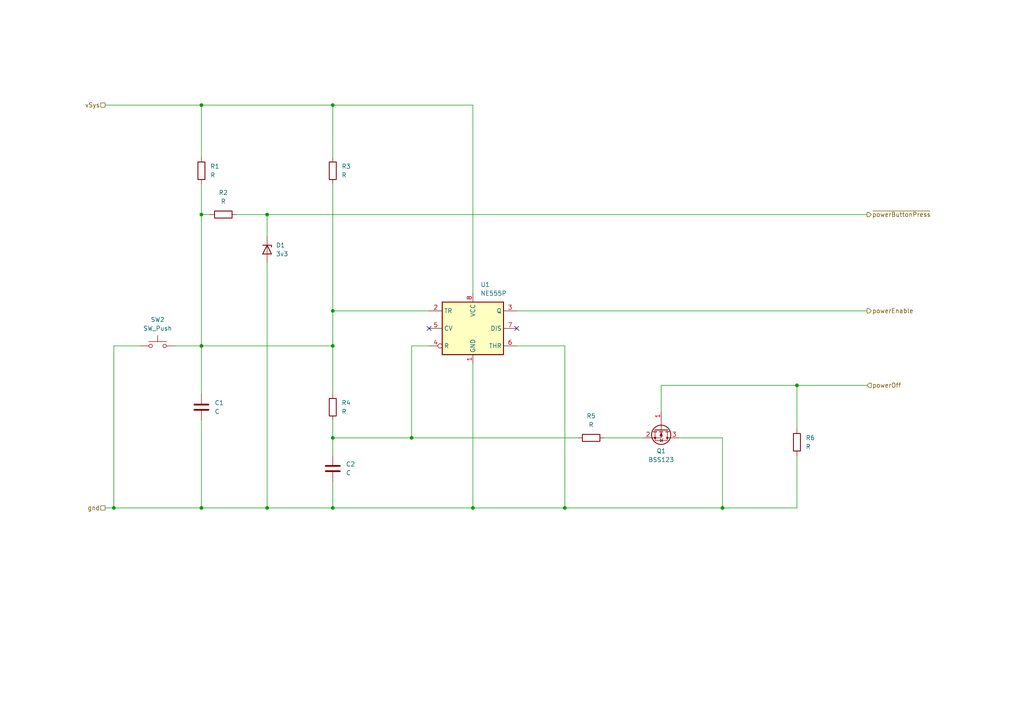
<source format=kicad_sch>
(kicad_sch (version 20230121) (generator eeschema)
  (paper "A4")
  (lib_symbols
    (symbol "Device:C" (pin_numbers hide) (pin_names (offset 0.254))
      (property "Reference" "C" (at 0.635 2.54 0))
      (property "Value" "C" (at 0.635 -2.54 0))
      (symbol "C_0_1"
        (polyline (pts (xy -2.032 -0.762) (xy 2.032 -0.762)) (stroke (width 0.508)))
        (polyline (pts (xy -2.032 0.762) (xy 2.032 0.762)) (stroke (width 0.508)))
      )
      (symbol "C_1_1"
        (pin passive line (at 0 3.81 270) (length 2.794) (name "~") (number "1"))
        (pin passive line (at 0 -3.81 90) (length 2.794) (name "~") (number "2"))
      )
    )
    (symbol "Device:D_Zener" (pin_numbers hide) (pin_names (offset 1.016) hide)
      (property "Reference" "D" (at 0 2.54 0))
      (property "Value" "D_Zener" (at 0 -2.54 0))
      (symbol "D_Zener_0_1"
        (polyline (pts (xy 1.27 0) (xy -1.27 0)))
        (polyline (pts (xy -1.27 -1.27) (xy -1.27 1.27) (xy -0.762 1.27)) (stroke (width 0.254)))
        (polyline (pts (xy 1.27 -1.27) (xy 1.27 1.27) (xy -1.27 0) (xy 1.27 -1.27)) (stroke (width 0.254)))
      )
      (symbol "D_Zener_1_1"
        (pin passive line (at -3.81 0 0) (length 2.54) (name "K") (number "1"))
        (pin passive line (at 3.81 0 180) (length 2.54) (name "A") (number "2"))
      )
    )
    (symbol "Device:R" (pin_numbers hide) (pin_names (offset 0))
      (property "Reference" "R" (at 2.032 0 90))
      (property "Value" "R" (at 0 0 90))
      (symbol "R_0_1"
        (rectangle (start -1.016 -2.54) (end 1.016 2.54) (stroke (width 0.254)))
      )
      (symbol "R_1_1"
        (pin passive line (at 0 3.81 270) (length 1.27) (name "~") (number "1"))
        (pin passive line (at 0 -3.81 90) (length 1.27) (name "~") (number "2"))
      )
    )
    (symbol "Switch:SW_Push" (pin_numbers hide) (pin_names (offset 1.016) hide)
      (property "Reference" "SW" (at 1.27 2.54 0))
      (property "Value" "SW_Push" (at 0 -1.524 0))
      (symbol "SW_Push_0_1"
        (circle (center -2.032 0) (radius 0.508))
        (polyline (pts (xy 0 1.27) (xy 0 3.048)))
        (polyline (pts (xy 2.54 1.27) (xy -2.54 1.27)))
        (circle (center 2.032 0) (radius 0.508))
        (pin passive line (at -5.08 0 0) (length 2.54) (name "1") (number "1"))
        (pin passive line (at 5.08 0 180) (length 2.54) (name "2") (number "2"))
      )
    )
    (symbol "Timer:NE555P"
      (property "Reference" "U" (at -10.16 8.89 0))
      (property "Value" "NE555P" (at 2.54 8.89 0))
      (symbol "NE555P_0_0"
        (pin power_in line (at 0 -10.16 90) (length 2.54) (name "GND") (number "1"))
        (pin power_in line (at 0 10.16 270) (length 2.54) (name "VCC") (number "8"))
      )
      (symbol "NE555P_0_1"
        (rectangle (start -8.89 -7.62) (end 8.89 7.62) (stroke (width 0.254)) (fill (type background)))
        (rectangle (start -8.89 -7.62) (end 8.89 7.62) (stroke (width 0.254)) (fill (type background)))
      )
      (symbol "NE555P_1_1"
        (pin input line (at -12.7 5.08 0) (length 3.81) (name "TR") (number "2"))
        (pin output line (at 12.7 5.08 180) (length 3.81) (name "Q") (number "3"))
        (pin input inverted (at -12.7 -5.08 0) (length 3.81) (name "R") (number "4"))
        (pin input line (at -12.7 0 0) (length 3.81) (name "CV") (number "5"))
        (pin input line (at 12.7 -5.08 180) (length 3.81) (name "THR") (number "6"))
        (pin input line (at 12.7 0 180) (length 3.81) (name "DIS") (number "7"))
      )
    )
    (symbol "Transistor_FET:BSS123" (pin_names hide)
      (property "Reference" "Q" (at 5.08 1.905 0))
      (property "Value" "BSS123" (at 5.08 0 0))
      (symbol "BSS123_0_1"
        (polyline (pts (xy 0.254 0) (xy -2.54 0)))
        (polyline (pts (xy 0.254 1.905) (xy 0.254 -1.905)) (stroke (width 0.254)))
        (polyline (pts (xy 0.762 -1.27) (xy 0.762 -2.286)) (stroke (width 0.254)))
        (polyline (pts (xy 0.762 0.508) (xy 0.762 -0.508)) (stroke (width 0.254)))
        (polyline (pts (xy 0.762 2.286) (xy 0.762 1.27)) (stroke (width 0.254)))
        (polyline (pts (xy 2.54 2.54) (xy 2.54 1.778)))
        (polyline (pts (xy 2.54 -2.54) (xy 2.54 0) (xy 0.762 0)))
        (polyline (pts (xy 0.762 -1.778) (xy 3.302 -1.778) (xy 3.302 1.778) (xy 0.762 1.778)))
        (polyline (pts (xy 1.016 0) (xy 2.032 0.381) (xy 2.032 -0.381) (xy 1.016 0)) (fill (type outline)))
        (polyline (pts (xy 2.794 0.508) (xy 2.921 0.381) (xy 3.683 0.381) (xy 3.81 0.254)))
        (polyline (pts (xy 3.302 0.381) (xy 2.921 -0.254) (xy 3.683 -0.254) (xy 3.302 0.381)))
        (circle (center 1.651 0) (radius 2.794) (stroke (width 0.254)))
        (circle (center 2.54 -1.778) (radius 0.254) (fill (type outline)))
        (circle (center 2.54 1.778) (radius 0.254) (fill (type outline)))
      )
      (symbol "BSS123_1_1"
        (pin input line (at -5.08 0 0) (length 2.54) (name "G") (number "1"))
        (pin passive line (at 2.54 -5.08 90) (length 2.54) (name "S") (number "2"))
        (pin passive line (at 2.54 5.08 270) (length 2.54) (name "D") (number "3"))
      )
    )
  )
  (junction (at 58.42 100.33))
  (junction (at 33.02 147.32))
  (junction (at 58.42 62.23))
  (junction (at 96.52 90.17))
  (junction (at 77.47 147.32))
  (junction (at 58.42 30.48))
  (junction (at 163.83 147.32))
  (junction (at 231.14 111.76))
  (junction (at 137.16 147.32))
  (junction (at 58.42 147.32))
  (junction (at 96.52 127))
  (junction (at 209.55 147.32))
  (junction (at 77.47 62.23))
  (junction (at 96.52 147.32))
  (junction (at 119.38 127))
  (junction (at 96.52 30.48))
  (junction (at 96.52 100.33))
  (no_connect (at 149.86 95.25))
  (no_connect (at 124.46 95.25))
  (wire (pts (xy 30.48 147.32) (xy 33.02 147.32)))
  (wire (pts (xy 231.14 111.76) (xy 231.14 124.46)))
  (wire (pts (xy 96.52 139.7) (xy 96.52 147.32)))
  (wire (pts (xy 119.38 127) (xy 167.64 127)))
  (wire (pts (xy 124.46 100.33) (xy 119.38 100.33)))
  (wire (pts (xy 137.16 105.41) (xy 137.16 147.32)))
  (wire (pts (xy 163.83 147.32) (xy 209.55 147.32)))
  (wire (pts (xy 58.42 53.34) (xy 58.42 62.23)))
  (wire (pts (xy 163.83 100.33) (xy 163.83 147.32)))
  (wire (pts (xy 58.42 100.33) (xy 96.52 100.33)))
  (wire (pts (xy 96.52 100.33) (xy 96.52 114.3)))
  (wire (pts (xy 209.55 147.32) (xy 231.14 147.32)))
  (wire (pts (xy 231.14 132.08) (xy 231.14 147.32)))
  (wire (pts (xy 96.52 30.48) (xy 96.52 45.72)))
  (wire (pts (xy 77.47 62.23) (xy 251.46 62.23)))
  (wire (pts (xy 77.47 147.32) (xy 96.52 147.32)))
  (wire (pts (xy 196.85 127) (xy 209.55 127)))
  (wire (pts (xy 58.42 30.48) (xy 58.42 45.72)))
  (wire (pts (xy 149.86 100.33) (xy 163.83 100.33)))
  (wire (pts (xy 96.52 127) (xy 96.52 132.08)))
  (wire (pts (xy 96.52 127) (xy 119.38 127)))
  (wire (pts (xy 137.16 147.32) (xy 163.83 147.32)))
  (wire (pts (xy 96.52 90.17) (xy 124.46 90.17)))
  (wire (pts (xy 58.42 30.48) (xy 96.52 30.48)))
  (wire (pts (xy 77.47 62.23) (xy 77.47 68.58)))
  (wire (pts (xy 119.38 100.33) (xy 119.38 127)))
  (wire (pts (xy 58.42 62.23) (xy 60.96 62.23)))
  (wire (pts (xy 40.64 100.33) (xy 33.02 100.33)))
  (wire (pts (xy 96.52 30.48) (xy 137.16 30.48)))
  (wire (pts (xy 96.52 147.32) (xy 137.16 147.32)))
  (wire (pts (xy 33.02 100.33) (xy 33.02 147.32)))
  (wire (pts (xy 191.77 119.38) (xy 191.77 111.76)))
  (wire (pts (xy 137.16 30.48) (xy 137.16 85.09)))
  (wire (pts (xy 96.52 121.92) (xy 96.52 127)))
  (wire (pts (xy 58.42 100.33) (xy 58.42 114.3)))
  (wire (pts (xy 149.86 90.17) (xy 251.46 90.17)))
  (wire (pts (xy 96.52 90.17) (xy 96.52 100.33)))
  (wire (pts (xy 209.55 127) (xy 209.55 147.32)))
  (wire (pts (xy 191.77 111.76) (xy 231.14 111.76)))
  (wire (pts (xy 68.58 62.23) (xy 77.47 62.23)))
  (wire (pts (xy 175.26 127) (xy 186.69 127)))
  (wire (pts (xy 58.42 121.92) (xy 58.42 147.32)))
  (wire (pts (xy 231.14 111.76) (xy 251.46 111.76)))
  (wire (pts (xy 96.52 53.34) (xy 96.52 90.17)))
  (wire (pts (xy 77.47 76.2) (xy 77.47 147.32)))
  (wire (pts (xy 58.42 147.32) (xy 77.47 147.32)))
  (wire (pts (xy 33.02 147.32) (xy 58.42 147.32)))
  (wire (pts (xy 58.42 62.23) (xy 58.42 100.33)))
  (wire (pts (xy 50.8 100.33) (xy 58.42 100.33)))
  (wire (pts (xy 30.48 30.48) (xy 58.42 30.48)))
  (hierarchical_label "powerOff" (shape input) (at 251.46 111.76 0))
  (hierarchical_label "vSys" (shape passive) (at 30.48 30.48 180))
  (hierarchical_label "gnd" (shape passive) (at 30.48 147.32 180))
  (hierarchical_label "~{powerButtonPress}" (shape output) (at 251.46 62.23 0))
  (hierarchical_label "powerEnable" (shape output) (at 251.46 90.17 0))
  (symbol (lib_id "Device:R") (at 58.42 49.53 0) (unit 1)
    (property "Reference" "R1" (at 60.96 48.26 0) (effects (justify left)))
    (property "Value" "R" (at 60.96 50.8 0) (effects (justify left)))
  )
  (symbol (lib_id "Device:C") (at 58.42 118.11 0) (unit 1)
    (property "Reference" "C1" (at 62.23 116.84 0) (effects (justify left)))
    (property "Value" "C" (at 62.23 119.38 0) (effects (justify left)))
  )
  (symbol (lib_id "Device:D_Zener") (at 77.47 72.39 270) (unit 1)
    (property "Reference" "D1" (at 80.01 71.12 90) (effects (justify left)))
    (property "Value" "3v3" (at 80.01 73.66 90) (effects (justify left)))
  )
  (symbol (lib_id "Device:C") (at 96.52 135.89 0) (unit 1)
    (property "Reference" "C2" (at 100.33 134.62 0) (effects (justify left)))
    (property "Value" "C" (at 100.33 137.16 0) (effects (justify left)))
  )
  (symbol (lib_id "Device:R") (at 96.52 118.11 0) (unit 1)
    (property "Reference" "R4" (at 99.06 116.84 0) (effects (justify left)))
    (property "Value" "R" (at 99.06 119.38 0) (effects (justify left)))
  )
  (symbol (lib_id "Device:R") (at 231.14 128.27 0) (unit 1)
    (property "Reference" "R6" (at 233.68 127 0) (effects (justify left)))
    (property "Value" "R" (at 233.68 129.54 0) (effects (justify left)))
  )
  (symbol (lib_id "Device:R") (at 64.77 62.23 90) (unit 1)
    (property "Reference" "R2" (at 64.77 55.88 90))
    (property "Value" "R" (at 64.77 58.42 90))
  )
  (symbol (lib_id "Transistor_FET:BSS123") (at 191.77 124.46 270) (unit 1)
    (property "Reference" "Q1" (at 191.77 130.81 90))
    (property "Value" "BSS123" (at 191.77 133.35 90))
    (property "Footprint" "Package_TO_SOT_SMD:SOT-23" (effects hide))
    (property "Datasheet" "http://www.diodes.com/assets/Datasheets/ds30366.pdf" (effects hide))
  )
  (symbol (lib_id "Timer:NE555P") (at 137.16 95.25 0) (unit 1)
    (property "Reference" "U1" (at 139.3541 82.55 0) (effects (justify left)))
    (property "Value" "NE555P" (at 139.3541 85.09 0) (effects (justify left)))
    (property "Footprint" "Package_DIP:DIP-8_W7.62mm" (effects hide))
    (property "Datasheet" "http://www.ti.com/lit/ds/symlink/ne555.pdf" (effects hide))
  )
  (symbol (lib_id "Switch:SW_Push") (at 45.72 100.33 0) (unit 1)
    (property "Reference" "SW2" (at 45.72 92.71 0))
    (property "Value" "SW_Push" (at 45.72 95.25 0))
  )
  (symbol (lib_id "Device:R") (at 96.52 49.53 0) (unit 1)
    (property "Reference" "R3" (at 99.06 48.26 0) (effects (justify left)))
    (property "Value" "R" (at 99.06 50.8 0) (effects (justify left)))
  )
  (symbol (lib_id "Device:R") (at 171.45 127 90) (unit 1)
    (property "Reference" "R5" (at 171.45 120.65 90))
    (property "Value" "R" (at 171.45 123.19 90))
  )
)
</source>
